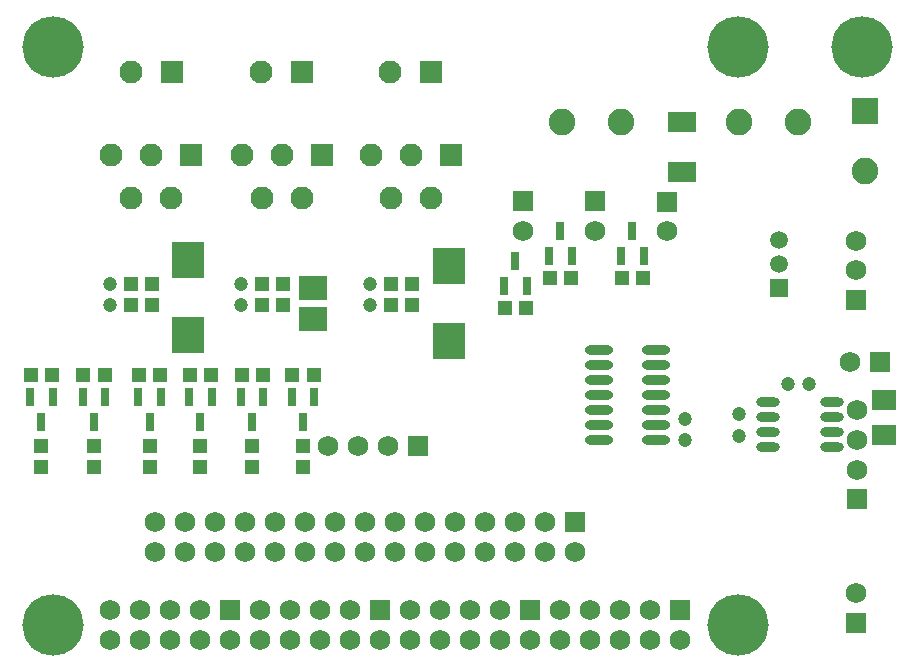
<source format=gbs>
%FSTAX23Y23*%
%MOIN*%
%SFA1B1*%

%IPPOS*%
%ADD18C,0.059060*%
%ADD32R,0.068900X0.068900*%
%ADD33C,0.068900*%
%ADD54R,0.047240X0.047240*%
%ADD55O,0.094490X0.031500*%
%ADD56C,0.047240*%
%ADD64R,0.059060X0.059060*%
%ADD65R,0.076770X0.076770*%
%ADD66C,0.076770*%
%ADD67R,0.068900X0.068900*%
%ADD68R,0.068900X0.067870*%
%ADD69C,0.204720*%
%ADD70R,0.088580X0.088580*%
%ADD71C,0.088580*%
%ADD72R,0.108270X0.124020*%
%ADD73R,0.047240X0.047240*%
%ADD74R,0.097640X0.082680*%
%ADD75R,0.031500X0.062990*%
%ADD76R,0.093700X0.071650*%
%ADD77O,0.077950X0.031500*%
%ADD78R,0.078740X0.066930*%
%LNrpiadapterpcb-1*%
%LPD*%
G54D18*
X0256Y01391D03*
Y0147D03*
G54D32*
X01355Y00785D03*
X0188Y0053D03*
X00729Y00237D03*
X01229D03*
X02229D03*
X02895Y01065D03*
G54D33*
X01055Y00785D03*
X01155D03*
X01255D03*
X02815Y01468D03*
Y0137D03*
X0098Y0053D03*
Y0043D03*
X0108Y0053D03*
Y0043D03*
X0118Y0053D03*
Y0043D03*
X0188D03*
X0178D03*
X0168D03*
X0148D03*
X0158D03*
Y0053D03*
X0148D03*
X0168D03*
X0178D03*
X0138D03*
Y0043D03*
X0128D03*
Y0053D03*
X0088D03*
Y0043D03*
X0078D03*
Y0053D03*
X0068Y0043D03*
Y0053D03*
X0058Y0043D03*
Y0053D03*
X0048Y0043D03*
Y0053D03*
X00329Y00137D03*
Y00237D03*
X00429Y00137D03*
Y00237D03*
X00529Y00137D03*
Y00237D03*
X00629Y00137D03*
Y00237D03*
X00729Y00137D03*
X00829Y00237D03*
Y00137D03*
X00929Y00237D03*
Y00137D03*
X01029Y00237D03*
Y00137D03*
X01129Y00237D03*
Y00137D03*
X01229D03*
X01329Y00237D03*
Y00137D03*
X01429Y00237D03*
Y00137D03*
X01529D03*
Y00237D03*
X01629Y00137D03*
Y00237D03*
X01729Y00137D03*
X01829D03*
Y00237D03*
X01929Y00137D03*
Y00237D03*
X02029Y00137D03*
X02129D03*
X02029Y00237D03*
X02129D03*
X02229Y00137D03*
X02815Y00295D03*
X0282Y00903D03*
Y00805D03*
Y00706D03*
X02185Y015D03*
X01945Y01501D03*
X01705D03*
X02795Y01065D03*
G54D54*
X00496Y01022D03*
X00425D03*
X00311D03*
X0024D03*
X00135D03*
X00065D03*
X00665D03*
X00594D03*
X00838D03*
X00767D03*
X01007D03*
X00936D03*
X02105Y01345D03*
X02034D03*
X01715Y01245D03*
X01644D03*
X01865Y01345D03*
X01794D03*
G54D55*
X0196Y00805D03*
Y00855D03*
Y00905D03*
Y00955D03*
Y01005D03*
Y01055D03*
Y01105D03*
X02149Y00805D03*
Y00855D03*
Y00905D03*
Y00955D03*
Y01005D03*
Y01055D03*
Y01105D03*
G54D56*
X01195Y01254D03*
Y01325D03*
X00765Y01254D03*
Y01325D03*
X0033Y01254D03*
Y01325D03*
X02589Y0099D03*
X0266D03*
X02425Y00819D03*
Y0089D03*
X02245Y00875D03*
Y00804D03*
G54D64*
X0256Y01312D03*
G54D65*
X00535Y0203D03*
X006Y01755D03*
X01035D03*
X01465D03*
X0097Y0203D03*
X014D03*
G54D66*
X00398Y0203D03*
X00333Y01755D03*
X004Y0161D03*
X00466Y01755D03*
X00533Y0161D03*
X00768Y01755D03*
X00835Y0161D03*
X00901Y01755D03*
X00968Y0161D03*
X01198Y01755D03*
X01265Y0161D03*
X01331Y01755D03*
X01398Y0161D03*
X00833Y0203D03*
X01263D03*
G54D67*
X02815Y01271D03*
Y00196D03*
X0282Y00608D03*
X02185Y01598D03*
X01945Y016D03*
X01705D03*
G54D68*
X01729Y00237D03*
G54D69*
X00137Y00187D03*
Y02116D03*
X02834D03*
X02421Y00187D03*
Y02116D03*
G54D70*
X02845Y019D03*
G54D71*
X02845Y017D03*
X02621Y01865D03*
X02425D03*
X01834D03*
X02031D03*
G54D72*
X0146Y01136D03*
Y01383D03*
X0059Y01156D03*
Y01403D03*
G54D73*
X01265Y01325D03*
Y01254D03*
X01335D03*
Y01325D03*
X00835D03*
Y01254D03*
X00905D03*
Y01325D03*
X004D03*
Y01254D03*
X0047D03*
Y01325D03*
X00803Y00785D03*
Y00714D03*
X00972Y00785D03*
Y00714D03*
X00629Y00785D03*
Y00714D03*
X001Y00785D03*
Y00714D03*
X00461Y00785D03*
Y00714D03*
X00276Y00785D03*
Y00714D03*
G54D74*
X01006Y01207D03*
Y01312D03*
G54D75*
X0183Y015D03*
X01792Y01417D03*
X01867D03*
X0207Y015D03*
X02032Y01417D03*
X02107D03*
X0168Y014D03*
X01642Y01317D03*
X01717D03*
X00276Y00864D03*
X00313Y00947D03*
X00238D03*
X00461Y00864D03*
X00498Y00947D03*
X00423D03*
X001Y00864D03*
X00137Y00947D03*
X00063D03*
X00629Y00864D03*
X00667Y00947D03*
X00592D03*
X00803Y00864D03*
X0084Y00947D03*
X00765D03*
X00972Y00864D03*
X01009Y00947D03*
X00934D03*
G54D76*
X02234Y01698D03*
Y01865D03*
G54D77*
X02734Y0093D03*
Y0088D03*
Y0083D03*
Y0078D03*
X02521Y0093D03*
Y0088D03*
Y0083D03*
Y0078D03*
G54D78*
X0291Y00822D03*
Y00937D03*
M02*
</source>
